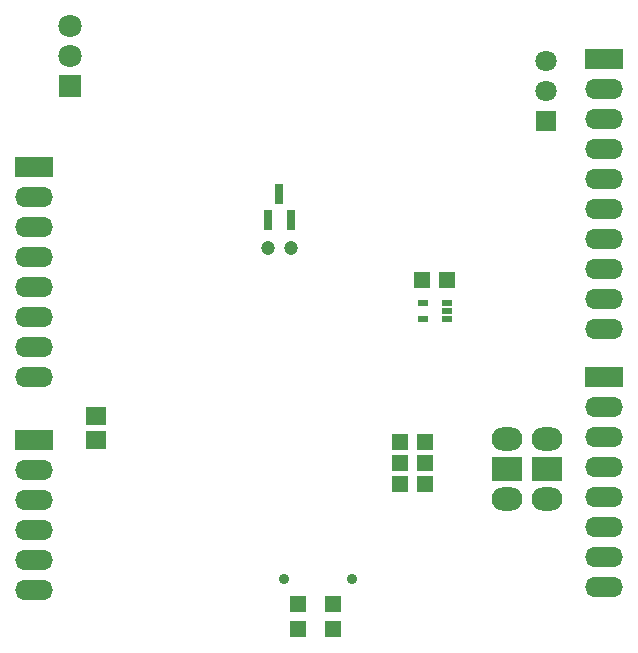
<source format=gbr>
G04*
G04 #@! TF.GenerationSoftware,Altium Limited,Altium Designer,24.2.2 (26)*
G04*
G04 Layer_Color=16711935*
%FSLAX44Y44*%
%MOMM*%
G71*
G04*
G04 #@! TF.SameCoordinates,1E054471-4286-4940-991A-2DB9724D60F8*
G04*
G04*
G04 #@! TF.FilePolarity,Negative*
G04*
G01*
G75*
%ADD55R,1.4032X1.4032*%
%ADD56R,1.4032X1.4032*%
%ADD78R,1.8032X1.8032*%
%ADD79C,1.8032*%
%ADD80C,0.9032*%
%ADD81O,2.6032X2.0032*%
%ADD82R,2.6032X2.0032*%
%ADD83O,3.2032X1.7032*%
%ADD84R,3.2032X1.7032*%
%ADD85R,1.9812X1.8542*%
%ADD86O,1.9812X1.8542*%
%ADD87C,1.2032*%
%ADD104R,1.7032X1.6032*%
%ADD105R,0.9032X0.6032*%
%ADD106R,0.8032X1.8032*%
D55*
X334010Y142240D02*
D03*
X355010D02*
D03*
X334010Y160020D02*
D03*
X355010D02*
D03*
X334060Y177800D02*
D03*
X355060D02*
D03*
X373330Y314960D02*
D03*
X352330D02*
D03*
D56*
X247650Y40050D02*
D03*
Y19050D02*
D03*
X276860Y40590D02*
D03*
Y19590D02*
D03*
D78*
X457200Y449580D02*
D03*
D79*
Y474980D02*
D03*
Y500380D02*
D03*
D80*
X235460Y61740D02*
D03*
X293260D02*
D03*
D81*
X458470Y180340D02*
D03*
Y129540D02*
D03*
X424180Y180340D02*
D03*
Y129540D02*
D03*
D82*
X458470Y154940D02*
D03*
X424180D02*
D03*
D83*
X24130Y232410D02*
D03*
Y257810D02*
D03*
Y283210D02*
D03*
Y308610D02*
D03*
Y334010D02*
D03*
Y359410D02*
D03*
Y384810D02*
D03*
X506730Y207010D02*
D03*
Y181610D02*
D03*
Y156210D02*
D03*
Y130810D02*
D03*
Y105410D02*
D03*
Y80010D02*
D03*
Y54610D02*
D03*
X24130Y52070D02*
D03*
Y77470D02*
D03*
Y102870D02*
D03*
Y128270D02*
D03*
Y153670D02*
D03*
X506730Y476250D02*
D03*
Y450850D02*
D03*
Y425450D02*
D03*
Y400050D02*
D03*
Y374650D02*
D03*
Y349250D02*
D03*
Y323850D02*
D03*
Y298450D02*
D03*
Y273050D02*
D03*
D84*
X24130Y410210D02*
D03*
X506730Y232410D02*
D03*
X24130Y179070D02*
D03*
X506730Y501650D02*
D03*
D85*
X54610Y478790D02*
D03*
D86*
Y504190D02*
D03*
Y529590D02*
D03*
D87*
X222250Y341630D02*
D03*
X241300D02*
D03*
D104*
X76200Y179230D02*
D03*
Y199230D02*
D03*
D105*
X352970Y294790D02*
D03*
Y281790D02*
D03*
X373470Y281790D02*
D03*
Y288290D02*
D03*
Y294790D02*
D03*
D106*
X231800Y387760D02*
D03*
X222300Y365760D02*
D03*
X241300D02*
D03*
M02*

</source>
